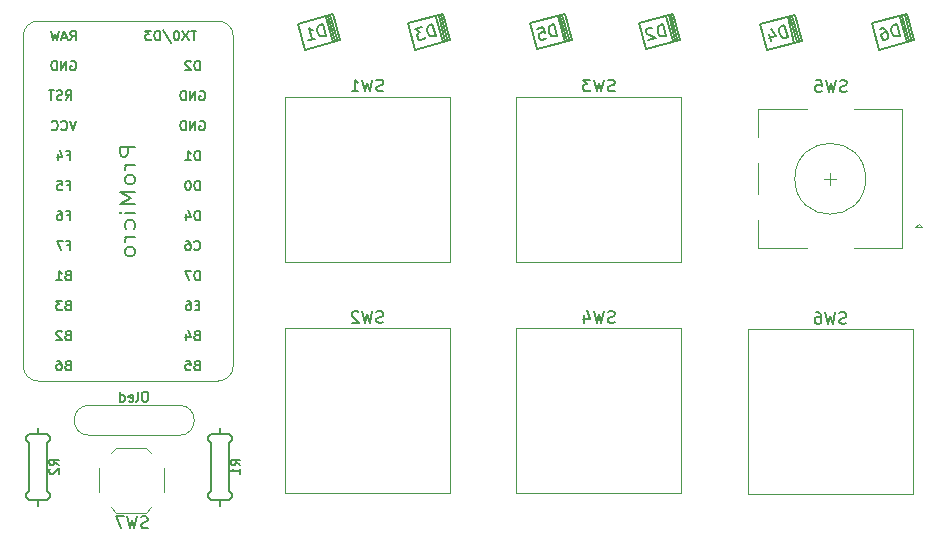
<source format=gbr>
%TF.GenerationSoftware,KiCad,Pcbnew,(5.1.6)-1*%
%TF.CreationDate,2020-10-14T18:33:49+03:00*%
%TF.ProjectId,aplx6.rev2,61706c78-362e-4726-9576-322e6b696361,rev?*%
%TF.SameCoordinates,Original*%
%TF.FileFunction,Legend,Bot*%
%TF.FilePolarity,Positive*%
%FSLAX46Y46*%
G04 Gerber Fmt 4.6, Leading zero omitted, Abs format (unit mm)*
G04 Created by KiCad (PCBNEW (5.1.6)-1) date 2020-10-14 18:33:49*
%MOMM*%
%LPD*%
G01*
G04 APERTURE LIST*
%ADD10C,0.120000*%
%ADD11C,0.150000*%
%ADD12C,0.203200*%
G04 APERTURE END LIST*
D10*
%TO.C,U1*%
X125730000Y-92180000D02*
X110490000Y-92180000D01*
X125730000Y-61700000D02*
X110490000Y-61700000D01*
X127000000Y-90910000D02*
X127000000Y-62970000D01*
X109220000Y-62970000D02*
X109220000Y-90910000D01*
X125730000Y-92180000D02*
G75*
G03*
X127000000Y-90910000I0J1270000D01*
G01*
X109220000Y-90910000D02*
G75*
G03*
X110490000Y-92180000I1270000J0D01*
G01*
X110490000Y-61700000D02*
G75*
G03*
X109220000Y-62970000I0J-1270000D01*
G01*
X127000000Y-62970000D02*
G75*
G03*
X125730000Y-61700000I-1270000J0D01*
G01*
%TO.C,SW3*%
X150975000Y-68095000D02*
X164945000Y-68095000D01*
X164945000Y-68095000D02*
X164945000Y-82065000D01*
X164945000Y-82065000D02*
X150975000Y-82065000D01*
X150975000Y-82065000D02*
X150975000Y-68095000D01*
%TO.C,SW1*%
X131375000Y-68095000D02*
X145345000Y-68095000D01*
X145345000Y-68095000D02*
X145345000Y-82065000D01*
X145345000Y-82065000D02*
X131375000Y-82065000D01*
X131375000Y-82065000D02*
X131375000Y-68095000D01*
D11*
%TO.C,D3*%
X144191271Y-61323054D02*
X144760673Y-63448091D01*
X144953858Y-63396327D02*
X144384456Y-61271291D01*
X145121161Y-63247971D02*
X145147043Y-63344564D01*
X145147043Y-63344564D02*
X145121161Y-63247971D01*
X144577641Y-61219527D02*
X145121161Y-63247971D01*
D12*
X142430398Y-64117003D02*
X145374540Y-63328123D01*
X145374540Y-63328123D02*
X144782879Y-61120017D01*
X144782879Y-61120017D02*
X141838737Y-61908897D01*
X141838737Y-61908897D02*
X142430398Y-64117003D01*
D11*
%TO.C,D5*%
X154481612Y-61313643D02*
X155051014Y-63438679D01*
X155244199Y-63386916D02*
X154674797Y-61261879D01*
X155411502Y-63238559D02*
X155437384Y-63335152D01*
X155437384Y-63335152D02*
X155411502Y-63238559D01*
X154867982Y-61210115D02*
X155411502Y-63238559D01*
D12*
X152720739Y-64107592D02*
X155664880Y-63318711D01*
X155664880Y-63318711D02*
X155073220Y-61110605D01*
X155073220Y-61110605D02*
X152129078Y-61899485D01*
X152129078Y-61899485D02*
X152720739Y-64107592D01*
D11*
%TO.C,D2*%
X163671032Y-61271724D02*
X164240434Y-63396761D01*
X164433619Y-63344997D02*
X163864218Y-61219960D01*
X164600923Y-63196640D02*
X164626805Y-63293233D01*
X164626805Y-63293233D02*
X164600923Y-63196640D01*
X164057403Y-61168196D02*
X164600923Y-63196640D01*
D12*
X161910159Y-64065673D02*
X164854301Y-63276792D01*
X164854301Y-63276792D02*
X164262641Y-61068686D01*
X164262641Y-61068686D02*
X161318499Y-61857566D01*
X161318499Y-61857566D02*
X161910159Y-64065673D01*
D11*
%TO.C,D4*%
X173931230Y-61402656D02*
X174500632Y-63527693D01*
X174693817Y-63475929D02*
X174124415Y-61350893D01*
X174861120Y-63327573D02*
X174887002Y-63424166D01*
X174887002Y-63424166D02*
X174861120Y-63327573D01*
X174317600Y-61299129D02*
X174861120Y-63327573D01*
D12*
X172170357Y-64196605D02*
X175114498Y-63407725D01*
X175114498Y-63407725D02*
X174522838Y-61199619D01*
X174522838Y-61199619D02*
X171578696Y-61988499D01*
X171578696Y-61988499D02*
X172170357Y-64196605D01*
D11*
%TO.C,D6*%
X183460766Y-61325197D02*
X184030168Y-63450233D01*
X184223353Y-63398470D02*
X183653951Y-61273433D01*
X184390656Y-63250113D02*
X184416538Y-63346706D01*
X184416538Y-63346706D02*
X184390656Y-63250113D01*
X183847136Y-61221669D02*
X184390656Y-63250113D01*
D12*
X181699893Y-64119146D02*
X184644035Y-63330265D01*
X184644035Y-63330265D02*
X184052374Y-61122159D01*
X184052374Y-61122159D02*
X181108232Y-61911039D01*
X181108232Y-61911039D02*
X181699893Y-64119146D01*
D11*
%TO.C,D1*%
X134844997Y-61331760D02*
X135414399Y-63456797D01*
X135607584Y-63405033D02*
X135038182Y-61279996D01*
X135774887Y-63256677D02*
X135800769Y-63353269D01*
X135800769Y-63353269D02*
X135774887Y-63256677D01*
X135231367Y-61228232D02*
X135774887Y-63256677D01*
D12*
X133084124Y-64125709D02*
X136028266Y-63336828D01*
X136028266Y-63336828D02*
X135436605Y-61128722D01*
X135436605Y-61128722D02*
X132492463Y-61917602D01*
X132492463Y-61917602D02*
X133084124Y-64125709D01*
D10*
%TO.C,SW5*%
X178046000Y-75057000D02*
X177046000Y-75057000D01*
X180546000Y-75057000D02*
G75*
G03*
X180546000Y-75057000I-3000000J0D01*
G01*
X179546000Y-69157000D02*
X183646000Y-69157000D01*
X171446000Y-71557000D02*
X171446000Y-69157000D01*
X184746000Y-79157000D02*
X185046000Y-78857000D01*
X177546000Y-75557000D02*
X177546000Y-74557000D01*
X185346000Y-79157000D02*
X184746000Y-79157000D01*
X171446000Y-69157000D02*
X175546000Y-69157000D01*
X183646000Y-80957000D02*
X183646000Y-69157000D01*
X175546000Y-80957000D02*
X171446000Y-80957000D01*
X171446000Y-80957000D02*
X171446000Y-78557000D01*
X179546000Y-80957000D02*
X183646000Y-80957000D01*
X185046000Y-78857000D02*
X185346000Y-79157000D01*
X171446000Y-76357000D02*
X171446000Y-73757000D01*
%TO.C,SW6*%
X170575000Y-87795000D02*
X184545000Y-87795000D01*
X184545000Y-87795000D02*
X184545000Y-101765000D01*
X184545000Y-101765000D02*
X170575000Y-101765000D01*
X170575000Y-101765000D02*
X170575000Y-87795000D01*
%TO.C,SW2*%
X131375000Y-87695000D02*
X145345000Y-87695000D01*
X145345000Y-87695000D02*
X145345000Y-101665000D01*
X145345000Y-101665000D02*
X131375000Y-101665000D01*
X131375000Y-101665000D02*
X131375000Y-87695000D01*
%TO.C,SW4*%
X150975000Y-87695000D02*
X164945000Y-87695000D01*
X164945000Y-87695000D02*
X164945000Y-101665000D01*
X164945000Y-101665000D02*
X150975000Y-101665000D01*
X150975000Y-101665000D02*
X150975000Y-87695000D01*
%TO.C,SW7*%
X120064000Y-102884000D02*
X119614000Y-103334000D01*
X116664000Y-102884000D02*
X117114000Y-103334000D01*
X116664000Y-98284000D02*
X117114000Y-97834000D01*
X120064000Y-98284000D02*
X119614000Y-97834000D01*
X115614000Y-99584000D02*
X115614000Y-101584000D01*
X119614000Y-103334000D02*
X117114000Y-103334000D01*
X121114000Y-99584000D02*
X121114000Y-101584000D01*
X119614000Y-97834000D02*
X117114000Y-97834000D01*
%TO.C,J1*%
X114808000Y-94234000D02*
X122428000Y-94234000D01*
X114808000Y-96774000D02*
X122428000Y-96774000D01*
X122428000Y-96774000D02*
G75*
G03*
X122428000Y-94234000I0J1270000D01*
G01*
X114808000Y-94234000D02*
G75*
G03*
X114808000Y-96774000I0J-1270000D01*
G01*
D11*
%TO.C,R1*%
X126619000Y-102235000D02*
X126873000Y-101981000D01*
X126873000Y-101981000D02*
X126873000Y-101727000D01*
X126873000Y-101727000D02*
X126619000Y-101473000D01*
X126619000Y-101473000D02*
X126619000Y-97409000D01*
X126619000Y-97409000D02*
X126873000Y-97155000D01*
X126873000Y-97155000D02*
X126873000Y-96901000D01*
X126873000Y-96901000D02*
X126619000Y-96647000D01*
X126619000Y-96647000D02*
X125095000Y-96647000D01*
X125095000Y-96647000D02*
X124841000Y-96901000D01*
X124841000Y-96901000D02*
X124841000Y-97155000D01*
X124841000Y-97155000D02*
X125095000Y-97409000D01*
X125095000Y-97409000D02*
X125095000Y-101473000D01*
X125095000Y-101473000D02*
X124841000Y-101727000D01*
X124841000Y-101727000D02*
X124841000Y-101981000D01*
X124841000Y-101981000D02*
X125095000Y-102235000D01*
X125095000Y-102235000D02*
X126619000Y-102235000D01*
X125857000Y-102743000D02*
X125857000Y-102235000D01*
X125857000Y-96647000D02*
X125857000Y-96139000D01*
%TO.C,R2*%
X110490000Y-96647000D02*
X110490000Y-96139000D01*
X110490000Y-102743000D02*
X110490000Y-102235000D01*
X109728000Y-102235000D02*
X111252000Y-102235000D01*
X109474000Y-101981000D02*
X109728000Y-102235000D01*
X109474000Y-101727000D02*
X109474000Y-101981000D01*
X109728000Y-101473000D02*
X109474000Y-101727000D01*
X109728000Y-97409000D02*
X109728000Y-101473000D01*
X109474000Y-97155000D02*
X109728000Y-97409000D01*
X109474000Y-96901000D02*
X109474000Y-97155000D01*
X109728000Y-96647000D02*
X109474000Y-96901000D01*
X111252000Y-96647000D02*
X109728000Y-96647000D01*
X111506000Y-96901000D02*
X111252000Y-96647000D01*
X111506000Y-97155000D02*
X111506000Y-96901000D01*
X111252000Y-97409000D02*
X111506000Y-97155000D01*
X111252000Y-101473000D02*
X111252000Y-97409000D01*
X111506000Y-101727000D02*
X111252000Y-101473000D01*
X111506000Y-101981000D02*
X111506000Y-101727000D01*
X111252000Y-102235000D02*
X111506000Y-101981000D01*
%TO.C,U1*%
D12*
X118684523Y-72331714D02*
X117414523Y-72331714D01*
X117414523Y-72912285D01*
X117475000Y-73057428D01*
X117535476Y-73130000D01*
X117656428Y-73202571D01*
X117837857Y-73202571D01*
X117958809Y-73130000D01*
X118019285Y-73057428D01*
X118079761Y-72912285D01*
X118079761Y-72331714D01*
X118684523Y-73855714D02*
X117837857Y-73855714D01*
X118079761Y-73855714D02*
X117958809Y-73928285D01*
X117898333Y-74000857D01*
X117837857Y-74146000D01*
X117837857Y-74291142D01*
X118684523Y-75016857D02*
X118624047Y-74871714D01*
X118563571Y-74799142D01*
X118442619Y-74726571D01*
X118079761Y-74726571D01*
X117958809Y-74799142D01*
X117898333Y-74871714D01*
X117837857Y-75016857D01*
X117837857Y-75234571D01*
X117898333Y-75379714D01*
X117958809Y-75452285D01*
X118079761Y-75524857D01*
X118442619Y-75524857D01*
X118563571Y-75452285D01*
X118624047Y-75379714D01*
X118684523Y-75234571D01*
X118684523Y-75016857D01*
X118684523Y-76178000D02*
X117414523Y-76178000D01*
X118321666Y-76686000D01*
X117414523Y-77194000D01*
X118684523Y-77194000D01*
X118684523Y-77919714D02*
X117837857Y-77919714D01*
X117414523Y-77919714D02*
X117475000Y-77847142D01*
X117535476Y-77919714D01*
X117475000Y-77992285D01*
X117414523Y-77919714D01*
X117535476Y-77919714D01*
X118624047Y-79298571D02*
X118684523Y-79153428D01*
X118684523Y-78863142D01*
X118624047Y-78718000D01*
X118563571Y-78645428D01*
X118442619Y-78572857D01*
X118079761Y-78572857D01*
X117958809Y-78645428D01*
X117898333Y-78718000D01*
X117837857Y-78863142D01*
X117837857Y-79153428D01*
X117898333Y-79298571D01*
X118684523Y-79951714D02*
X117837857Y-79951714D01*
X118079761Y-79951714D02*
X117958809Y-80024285D01*
X117898333Y-80096857D01*
X117837857Y-80242000D01*
X117837857Y-80387142D01*
X118684523Y-81112857D02*
X118624047Y-80967714D01*
X118563571Y-80895142D01*
X118442619Y-80822571D01*
X118079761Y-80822571D01*
X117958809Y-80895142D01*
X117898333Y-80967714D01*
X117837857Y-81112857D01*
X117837857Y-81330571D01*
X117898333Y-81475714D01*
X117958809Y-81548285D01*
X118079761Y-81620857D01*
X118442619Y-81620857D01*
X118563571Y-81548285D01*
X118624047Y-81475714D01*
X118684523Y-81330571D01*
X118684523Y-81112857D01*
D11*
X112972809Y-88312857D02*
X112858523Y-88350952D01*
X112820428Y-88389047D01*
X112782333Y-88465238D01*
X112782333Y-88579523D01*
X112820428Y-88655714D01*
X112858523Y-88693809D01*
X112934714Y-88731904D01*
X113239476Y-88731904D01*
X113239476Y-87931904D01*
X112972809Y-87931904D01*
X112896619Y-87970000D01*
X112858523Y-88008095D01*
X112820428Y-88084285D01*
X112820428Y-88160476D01*
X112858523Y-88236666D01*
X112896619Y-88274761D01*
X112972809Y-88312857D01*
X113239476Y-88312857D01*
X112477571Y-88008095D02*
X112439476Y-87970000D01*
X112363285Y-87931904D01*
X112172809Y-87931904D01*
X112096619Y-87970000D01*
X112058523Y-88008095D01*
X112020428Y-88084285D01*
X112020428Y-88160476D01*
X112058523Y-88274761D01*
X112515666Y-88731904D01*
X112020428Y-88731904D01*
X112915666Y-80692857D02*
X113182333Y-80692857D01*
X113182333Y-81111904D02*
X113182333Y-80311904D01*
X112801380Y-80311904D01*
X112572809Y-80311904D02*
X112039476Y-80311904D01*
X112382333Y-81111904D01*
X112915666Y-78152857D02*
X113182333Y-78152857D01*
X113182333Y-78571904D02*
X113182333Y-77771904D01*
X112801380Y-77771904D01*
X112153761Y-77771904D02*
X112306142Y-77771904D01*
X112382333Y-77810000D01*
X112420428Y-77848095D01*
X112496619Y-77962380D01*
X112534714Y-78114761D01*
X112534714Y-78419523D01*
X112496619Y-78495714D01*
X112458523Y-78533809D01*
X112382333Y-78571904D01*
X112229952Y-78571904D01*
X112153761Y-78533809D01*
X112115666Y-78495714D01*
X112077571Y-78419523D01*
X112077571Y-78229047D01*
X112115666Y-78152857D01*
X112153761Y-78114761D01*
X112229952Y-78076666D01*
X112382333Y-78076666D01*
X112458523Y-78114761D01*
X112496619Y-78152857D01*
X112534714Y-78229047D01*
X112915666Y-75612857D02*
X113182333Y-75612857D01*
X113182333Y-76031904D02*
X113182333Y-75231904D01*
X112801380Y-75231904D01*
X112115666Y-75231904D02*
X112496619Y-75231904D01*
X112534714Y-75612857D01*
X112496619Y-75574761D01*
X112420428Y-75536666D01*
X112229952Y-75536666D01*
X112153761Y-75574761D01*
X112115666Y-75612857D01*
X112077571Y-75689047D01*
X112077571Y-75879523D01*
X112115666Y-75955714D01*
X112153761Y-75993809D01*
X112229952Y-76031904D01*
X112420428Y-76031904D01*
X112496619Y-75993809D01*
X112534714Y-75955714D01*
X113201380Y-63331904D02*
X113468047Y-62950952D01*
X113658523Y-63331904D02*
X113658523Y-62531904D01*
X113353761Y-62531904D01*
X113277571Y-62570000D01*
X113239476Y-62608095D01*
X113201380Y-62684285D01*
X113201380Y-62798571D01*
X113239476Y-62874761D01*
X113277571Y-62912857D01*
X113353761Y-62950952D01*
X113658523Y-62950952D01*
X112896619Y-63103333D02*
X112515666Y-63103333D01*
X112972809Y-63331904D02*
X112706142Y-62531904D01*
X112439476Y-63331904D01*
X112249000Y-62531904D02*
X112058523Y-63331904D01*
X111906142Y-62760476D01*
X111753761Y-63331904D01*
X111563285Y-62531904D01*
X113258523Y-65110000D02*
X113334714Y-65071904D01*
X113449000Y-65071904D01*
X113563285Y-65110000D01*
X113639476Y-65186190D01*
X113677571Y-65262380D01*
X113715666Y-65414761D01*
X113715666Y-65529047D01*
X113677571Y-65681428D01*
X113639476Y-65757619D01*
X113563285Y-65833809D01*
X113449000Y-65871904D01*
X113372809Y-65871904D01*
X113258523Y-65833809D01*
X113220428Y-65795714D01*
X113220428Y-65529047D01*
X113372809Y-65529047D01*
X112877571Y-65871904D02*
X112877571Y-65071904D01*
X112420428Y-65871904D01*
X112420428Y-65071904D01*
X112039476Y-65871904D02*
X112039476Y-65071904D01*
X111849000Y-65071904D01*
X111734714Y-65110000D01*
X111658523Y-65186190D01*
X111620428Y-65262380D01*
X111582333Y-65414761D01*
X111582333Y-65529047D01*
X111620428Y-65681428D01*
X111658523Y-65757619D01*
X111734714Y-65833809D01*
X111849000Y-65871904D01*
X112039476Y-65871904D01*
X112814975Y-68381904D02*
X113081641Y-68000952D01*
X113272118Y-68381904D02*
X113272118Y-67581904D01*
X112967356Y-67581904D01*
X112891165Y-67620000D01*
X112853070Y-67658095D01*
X112814975Y-67734285D01*
X112814975Y-67848571D01*
X112853070Y-67924761D01*
X112891165Y-67962857D01*
X112967356Y-68000952D01*
X113272118Y-68000952D01*
X112510213Y-68343809D02*
X112395927Y-68381904D01*
X112205451Y-68381904D01*
X112129260Y-68343809D01*
X112091165Y-68305714D01*
X112053070Y-68229523D01*
X112053070Y-68153333D01*
X112091165Y-68077142D01*
X112129260Y-68039047D01*
X112205451Y-68000952D01*
X112357832Y-67962857D01*
X112434022Y-67924761D01*
X112472118Y-67886666D01*
X112510213Y-67810476D01*
X112510213Y-67734285D01*
X112472118Y-67658095D01*
X112434022Y-67620000D01*
X112357832Y-67581904D01*
X112167356Y-67581904D01*
X112053070Y-67620000D01*
X111824499Y-67581904D02*
X111367356Y-67581904D01*
X111595927Y-68381904D02*
X111595927Y-67581904D01*
X113715666Y-70151904D02*
X113449000Y-70951904D01*
X113182333Y-70151904D01*
X112458523Y-70875714D02*
X112496619Y-70913809D01*
X112610904Y-70951904D01*
X112687095Y-70951904D01*
X112801380Y-70913809D01*
X112877571Y-70837619D01*
X112915666Y-70761428D01*
X112953761Y-70609047D01*
X112953761Y-70494761D01*
X112915666Y-70342380D01*
X112877571Y-70266190D01*
X112801380Y-70190000D01*
X112687095Y-70151904D01*
X112610904Y-70151904D01*
X112496619Y-70190000D01*
X112458523Y-70228095D01*
X111658523Y-70875714D02*
X111696619Y-70913809D01*
X111810904Y-70951904D01*
X111887095Y-70951904D01*
X112001380Y-70913809D01*
X112077571Y-70837619D01*
X112115666Y-70761428D01*
X112153761Y-70609047D01*
X112153761Y-70494761D01*
X112115666Y-70342380D01*
X112077571Y-70266190D01*
X112001380Y-70190000D01*
X111887095Y-70151904D01*
X111810904Y-70151904D01*
X111696619Y-70190000D01*
X111658523Y-70228095D01*
X112915666Y-73072857D02*
X113182333Y-73072857D01*
X113182333Y-73491904D02*
X113182333Y-72691904D01*
X112801380Y-72691904D01*
X112153761Y-72958571D02*
X112153761Y-73491904D01*
X112344238Y-72653809D02*
X112534714Y-73225238D01*
X112039476Y-73225238D01*
X112972809Y-83232857D02*
X112858523Y-83270952D01*
X112820428Y-83309047D01*
X112782333Y-83385238D01*
X112782333Y-83499523D01*
X112820428Y-83575714D01*
X112858523Y-83613809D01*
X112934714Y-83651904D01*
X113239476Y-83651904D01*
X113239476Y-82851904D01*
X112972809Y-82851904D01*
X112896619Y-82890000D01*
X112858523Y-82928095D01*
X112820428Y-83004285D01*
X112820428Y-83080476D01*
X112858523Y-83156666D01*
X112896619Y-83194761D01*
X112972809Y-83232857D01*
X113239476Y-83232857D01*
X112020428Y-83651904D02*
X112477571Y-83651904D01*
X112249000Y-83651904D02*
X112249000Y-82851904D01*
X112325190Y-82966190D01*
X112401380Y-83042380D01*
X112477571Y-83080476D01*
X112972809Y-85772857D02*
X112858523Y-85810952D01*
X112820428Y-85849047D01*
X112782333Y-85925238D01*
X112782333Y-86039523D01*
X112820428Y-86115714D01*
X112858523Y-86153809D01*
X112934714Y-86191904D01*
X113239476Y-86191904D01*
X113239476Y-85391904D01*
X112972809Y-85391904D01*
X112896619Y-85430000D01*
X112858523Y-85468095D01*
X112820428Y-85544285D01*
X112820428Y-85620476D01*
X112858523Y-85696666D01*
X112896619Y-85734761D01*
X112972809Y-85772857D01*
X113239476Y-85772857D01*
X112515666Y-85391904D02*
X112020428Y-85391904D01*
X112287095Y-85696666D01*
X112172809Y-85696666D01*
X112096619Y-85734761D01*
X112058523Y-85772857D01*
X112020428Y-85849047D01*
X112020428Y-86039523D01*
X112058523Y-86115714D01*
X112096619Y-86153809D01*
X112172809Y-86191904D01*
X112401380Y-86191904D01*
X112477571Y-86153809D01*
X112515666Y-86115714D01*
X112972809Y-90852857D02*
X112858523Y-90890952D01*
X112820428Y-90929047D01*
X112782333Y-91005238D01*
X112782333Y-91119523D01*
X112820428Y-91195714D01*
X112858523Y-91233809D01*
X112934714Y-91271904D01*
X113239476Y-91271904D01*
X113239476Y-90471904D01*
X112972809Y-90471904D01*
X112896619Y-90510000D01*
X112858523Y-90548095D01*
X112820428Y-90624285D01*
X112820428Y-90700476D01*
X112858523Y-90776666D01*
X112896619Y-90814761D01*
X112972809Y-90852857D01*
X113239476Y-90852857D01*
X112096619Y-90471904D02*
X112249000Y-90471904D01*
X112325190Y-90510000D01*
X112363285Y-90548095D01*
X112439476Y-90662380D01*
X112477571Y-90814761D01*
X112477571Y-91119523D01*
X112439476Y-91195714D01*
X112401380Y-91233809D01*
X112325190Y-91271904D01*
X112172809Y-91271904D01*
X112096619Y-91233809D01*
X112058523Y-91195714D01*
X112020428Y-91119523D01*
X112020428Y-90929047D01*
X112058523Y-90852857D01*
X112096619Y-90814761D01*
X112172809Y-90776666D01*
X112325190Y-90776666D01*
X112401380Y-90814761D01*
X112439476Y-90852857D01*
X112477571Y-90929047D01*
X123894809Y-90852857D02*
X123780523Y-90890952D01*
X123742428Y-90929047D01*
X123704333Y-91005238D01*
X123704333Y-91119523D01*
X123742428Y-91195714D01*
X123780523Y-91233809D01*
X123856714Y-91271904D01*
X124161476Y-91271904D01*
X124161476Y-90471904D01*
X123894809Y-90471904D01*
X123818619Y-90510000D01*
X123780523Y-90548095D01*
X123742428Y-90624285D01*
X123742428Y-90700476D01*
X123780523Y-90776666D01*
X123818619Y-90814761D01*
X123894809Y-90852857D01*
X124161476Y-90852857D01*
X122980523Y-90471904D02*
X123361476Y-90471904D01*
X123399571Y-90852857D01*
X123361476Y-90814761D01*
X123285285Y-90776666D01*
X123094809Y-90776666D01*
X123018619Y-90814761D01*
X122980523Y-90852857D01*
X122942428Y-90929047D01*
X122942428Y-91119523D01*
X122980523Y-91195714D01*
X123018619Y-91233809D01*
X123094809Y-91271904D01*
X123285285Y-91271904D01*
X123361476Y-91233809D01*
X123399571Y-91195714D01*
X123894809Y-88312857D02*
X123780523Y-88350952D01*
X123742428Y-88389047D01*
X123704333Y-88465238D01*
X123704333Y-88579523D01*
X123742428Y-88655714D01*
X123780523Y-88693809D01*
X123856714Y-88731904D01*
X124161476Y-88731904D01*
X124161476Y-87931904D01*
X123894809Y-87931904D01*
X123818619Y-87970000D01*
X123780523Y-88008095D01*
X123742428Y-88084285D01*
X123742428Y-88160476D01*
X123780523Y-88236666D01*
X123818619Y-88274761D01*
X123894809Y-88312857D01*
X124161476Y-88312857D01*
X123018619Y-88198571D02*
X123018619Y-88731904D01*
X123209095Y-87893809D02*
X123399571Y-88465238D01*
X122904333Y-88465238D01*
X124123380Y-85772857D02*
X123856714Y-85772857D01*
X123742428Y-86191904D02*
X124123380Y-86191904D01*
X124123380Y-85391904D01*
X123742428Y-85391904D01*
X123056714Y-85391904D02*
X123209095Y-85391904D01*
X123285285Y-85430000D01*
X123323380Y-85468095D01*
X123399571Y-85582380D01*
X123437666Y-85734761D01*
X123437666Y-86039523D01*
X123399571Y-86115714D01*
X123361476Y-86153809D01*
X123285285Y-86191904D01*
X123132904Y-86191904D01*
X123056714Y-86153809D01*
X123018619Y-86115714D01*
X122980523Y-86039523D01*
X122980523Y-85849047D01*
X123018619Y-85772857D01*
X123056714Y-85734761D01*
X123132904Y-85696666D01*
X123285285Y-85696666D01*
X123361476Y-85734761D01*
X123399571Y-85772857D01*
X123437666Y-85849047D01*
X124161476Y-83651904D02*
X124161476Y-82851904D01*
X123971000Y-82851904D01*
X123856714Y-82890000D01*
X123780523Y-82966190D01*
X123742428Y-83042380D01*
X123704333Y-83194761D01*
X123704333Y-83309047D01*
X123742428Y-83461428D01*
X123780523Y-83537619D01*
X123856714Y-83613809D01*
X123971000Y-83651904D01*
X124161476Y-83651904D01*
X123437666Y-82851904D02*
X122904333Y-82851904D01*
X123247190Y-83651904D01*
X123704333Y-81035714D02*
X123742428Y-81073809D01*
X123856714Y-81111904D01*
X123932904Y-81111904D01*
X124047190Y-81073809D01*
X124123380Y-80997619D01*
X124161476Y-80921428D01*
X124199571Y-80769047D01*
X124199571Y-80654761D01*
X124161476Y-80502380D01*
X124123380Y-80426190D01*
X124047190Y-80350000D01*
X123932904Y-80311904D01*
X123856714Y-80311904D01*
X123742428Y-80350000D01*
X123704333Y-80388095D01*
X123018619Y-80311904D02*
X123171000Y-80311904D01*
X123247190Y-80350000D01*
X123285285Y-80388095D01*
X123361476Y-80502380D01*
X123399571Y-80654761D01*
X123399571Y-80959523D01*
X123361476Y-81035714D01*
X123323380Y-81073809D01*
X123247190Y-81111904D01*
X123094809Y-81111904D01*
X123018619Y-81073809D01*
X122980523Y-81035714D01*
X122942428Y-80959523D01*
X122942428Y-80769047D01*
X122980523Y-80692857D01*
X123018619Y-80654761D01*
X123094809Y-80616666D01*
X123247190Y-80616666D01*
X123323380Y-80654761D01*
X123361476Y-80692857D01*
X123399571Y-80769047D01*
X124161476Y-78571904D02*
X124161476Y-77771904D01*
X123971000Y-77771904D01*
X123856714Y-77810000D01*
X123780523Y-77886190D01*
X123742428Y-77962380D01*
X123704333Y-78114761D01*
X123704333Y-78229047D01*
X123742428Y-78381428D01*
X123780523Y-78457619D01*
X123856714Y-78533809D01*
X123971000Y-78571904D01*
X124161476Y-78571904D01*
X123018619Y-78038571D02*
X123018619Y-78571904D01*
X123209095Y-77733809D02*
X123399571Y-78305238D01*
X122904333Y-78305238D01*
X124180523Y-67650000D02*
X124256714Y-67611904D01*
X124371000Y-67611904D01*
X124485285Y-67650000D01*
X124561476Y-67726190D01*
X124599571Y-67802380D01*
X124637666Y-67954761D01*
X124637666Y-68069047D01*
X124599571Y-68221428D01*
X124561476Y-68297619D01*
X124485285Y-68373809D01*
X124371000Y-68411904D01*
X124294809Y-68411904D01*
X124180523Y-68373809D01*
X124142428Y-68335714D01*
X124142428Y-68069047D01*
X124294809Y-68069047D01*
X123799571Y-68411904D02*
X123799571Y-67611904D01*
X123342428Y-68411904D01*
X123342428Y-67611904D01*
X122961476Y-68411904D02*
X122961476Y-67611904D01*
X122771000Y-67611904D01*
X122656714Y-67650000D01*
X122580523Y-67726190D01*
X122542428Y-67802380D01*
X122504333Y-67954761D01*
X122504333Y-68069047D01*
X122542428Y-68221428D01*
X122580523Y-68297619D01*
X122656714Y-68373809D01*
X122771000Y-68411904D01*
X122961476Y-68411904D01*
X124180523Y-70190000D02*
X124256714Y-70151904D01*
X124371000Y-70151904D01*
X124485285Y-70190000D01*
X124561476Y-70266190D01*
X124599571Y-70342380D01*
X124637666Y-70494761D01*
X124637666Y-70609047D01*
X124599571Y-70761428D01*
X124561476Y-70837619D01*
X124485285Y-70913809D01*
X124371000Y-70951904D01*
X124294809Y-70951904D01*
X124180523Y-70913809D01*
X124142428Y-70875714D01*
X124142428Y-70609047D01*
X124294809Y-70609047D01*
X123799571Y-70951904D02*
X123799571Y-70151904D01*
X123342428Y-70951904D01*
X123342428Y-70151904D01*
X122961476Y-70951904D02*
X122961476Y-70151904D01*
X122771000Y-70151904D01*
X122656714Y-70190000D01*
X122580523Y-70266190D01*
X122542428Y-70342380D01*
X122504333Y-70494761D01*
X122504333Y-70609047D01*
X122542428Y-70761428D01*
X122580523Y-70837619D01*
X122656714Y-70913809D01*
X122771000Y-70951904D01*
X122961476Y-70951904D01*
X124161476Y-73491904D02*
X124161476Y-72691904D01*
X123971000Y-72691904D01*
X123856714Y-72730000D01*
X123780523Y-72806190D01*
X123742428Y-72882380D01*
X123704333Y-73034761D01*
X123704333Y-73149047D01*
X123742428Y-73301428D01*
X123780523Y-73377619D01*
X123856714Y-73453809D01*
X123971000Y-73491904D01*
X124161476Y-73491904D01*
X122942428Y-73491904D02*
X123399571Y-73491904D01*
X123171000Y-73491904D02*
X123171000Y-72691904D01*
X123247190Y-72806190D01*
X123323380Y-72882380D01*
X123399571Y-72920476D01*
X124161476Y-76031904D02*
X124161476Y-75231904D01*
X123971000Y-75231904D01*
X123856714Y-75270000D01*
X123780523Y-75346190D01*
X123742428Y-75422380D01*
X123704333Y-75574761D01*
X123704333Y-75689047D01*
X123742428Y-75841428D01*
X123780523Y-75917619D01*
X123856714Y-75993809D01*
X123971000Y-76031904D01*
X124161476Y-76031904D01*
X123209095Y-75231904D02*
X123132904Y-75231904D01*
X123056714Y-75270000D01*
X123018619Y-75308095D01*
X122980523Y-75384285D01*
X122942428Y-75536666D01*
X122942428Y-75727142D01*
X122980523Y-75879523D01*
X123018619Y-75955714D01*
X123056714Y-75993809D01*
X123132904Y-76031904D01*
X123209095Y-76031904D01*
X123285285Y-75993809D01*
X123323380Y-75955714D01*
X123361476Y-75879523D01*
X123399571Y-75727142D01*
X123399571Y-75536666D01*
X123361476Y-75384285D01*
X123323380Y-75308095D01*
X123285285Y-75270000D01*
X123209095Y-75231904D01*
X124161476Y-65871904D02*
X124161476Y-65071904D01*
X123971000Y-65071904D01*
X123856714Y-65110000D01*
X123780523Y-65186190D01*
X123742428Y-65262380D01*
X123704333Y-65414761D01*
X123704333Y-65529047D01*
X123742428Y-65681428D01*
X123780523Y-65757619D01*
X123856714Y-65833809D01*
X123971000Y-65871904D01*
X124161476Y-65871904D01*
X123399571Y-65148095D02*
X123361476Y-65110000D01*
X123285285Y-65071904D01*
X123094809Y-65071904D01*
X123018619Y-65110000D01*
X122980523Y-65148095D01*
X122942428Y-65224285D01*
X122942428Y-65300476D01*
X122980523Y-65414761D01*
X123437666Y-65871904D01*
X122942428Y-65871904D01*
X123872348Y-62531904D02*
X123415205Y-62531904D01*
X123643776Y-63331904D02*
X123643776Y-62531904D01*
X123224729Y-62531904D02*
X122691395Y-63331904D01*
X122691395Y-62531904D02*
X123224729Y-63331904D01*
X122234252Y-62531904D02*
X122158062Y-62531904D01*
X122081872Y-62570000D01*
X122043776Y-62608095D01*
X122005681Y-62684285D01*
X121967586Y-62836666D01*
X121967586Y-63027142D01*
X122005681Y-63179523D01*
X122043776Y-63255714D01*
X122081872Y-63293809D01*
X122158062Y-63331904D01*
X122234252Y-63331904D01*
X122310443Y-63293809D01*
X122348538Y-63255714D01*
X122386633Y-63179523D01*
X122424729Y-63027142D01*
X122424729Y-62836666D01*
X122386633Y-62684285D01*
X122348538Y-62608095D01*
X122310443Y-62570000D01*
X122234252Y-62531904D01*
X121053300Y-62493809D02*
X121739014Y-63522380D01*
X120786633Y-63331904D02*
X120786633Y-62531904D01*
X120596157Y-62531904D01*
X120481872Y-62570000D01*
X120405681Y-62646190D01*
X120367586Y-62722380D01*
X120329491Y-62874761D01*
X120329491Y-62989047D01*
X120367586Y-63141428D01*
X120405681Y-63217619D01*
X120481872Y-63293809D01*
X120596157Y-63331904D01*
X120786633Y-63331904D01*
X120062824Y-62531904D02*
X119567586Y-62531904D01*
X119834252Y-62836666D01*
X119719967Y-62836666D01*
X119643776Y-62874761D01*
X119605681Y-62912857D01*
X119567586Y-62989047D01*
X119567586Y-63179523D01*
X119605681Y-63255714D01*
X119643776Y-63293809D01*
X119719967Y-63331904D01*
X119948538Y-63331904D01*
X120024729Y-63293809D01*
X120062824Y-63255714D01*
%TO.C,SW3*%
X159293333Y-67610761D02*
X159150476Y-67658380D01*
X158912380Y-67658380D01*
X158817142Y-67610761D01*
X158769523Y-67563142D01*
X158721904Y-67467904D01*
X158721904Y-67372666D01*
X158769523Y-67277428D01*
X158817142Y-67229809D01*
X158912380Y-67182190D01*
X159102857Y-67134571D01*
X159198095Y-67086952D01*
X159245714Y-67039333D01*
X159293333Y-66944095D01*
X159293333Y-66848857D01*
X159245714Y-66753619D01*
X159198095Y-66706000D01*
X159102857Y-66658380D01*
X158864761Y-66658380D01*
X158721904Y-66706000D01*
X158388571Y-66658380D02*
X158150476Y-67658380D01*
X157960000Y-66944095D01*
X157769523Y-67658380D01*
X157531428Y-66658380D01*
X157245714Y-66658380D02*
X156626666Y-66658380D01*
X156960000Y-67039333D01*
X156817142Y-67039333D01*
X156721904Y-67086952D01*
X156674285Y-67134571D01*
X156626666Y-67229809D01*
X156626666Y-67467904D01*
X156674285Y-67563142D01*
X156721904Y-67610761D01*
X156817142Y-67658380D01*
X157102857Y-67658380D01*
X157198095Y-67610761D01*
X157245714Y-67563142D01*
%TO.C,SW1*%
X139693333Y-67610761D02*
X139550476Y-67658380D01*
X139312380Y-67658380D01*
X139217142Y-67610761D01*
X139169523Y-67563142D01*
X139121904Y-67467904D01*
X139121904Y-67372666D01*
X139169523Y-67277428D01*
X139217142Y-67229809D01*
X139312380Y-67182190D01*
X139502857Y-67134571D01*
X139598095Y-67086952D01*
X139645714Y-67039333D01*
X139693333Y-66944095D01*
X139693333Y-66848857D01*
X139645714Y-66753619D01*
X139598095Y-66706000D01*
X139502857Y-66658380D01*
X139264761Y-66658380D01*
X139121904Y-66706000D01*
X138788571Y-66658380D02*
X138550476Y-67658380D01*
X138360000Y-66944095D01*
X138169523Y-67658380D01*
X137931428Y-66658380D01*
X137026666Y-67658380D02*
X137598095Y-67658380D01*
X137312380Y-67658380D02*
X137312380Y-66658380D01*
X137407619Y-66801238D01*
X137502857Y-66896476D01*
X137598095Y-66944095D01*
%TO.C,D3*%
D12*
X144130030Y-62945933D02*
X143871211Y-61980007D01*
X143641228Y-62041631D01*
X143515563Y-62124601D01*
X143448220Y-62241244D01*
X143426873Y-62345561D01*
X143430175Y-62541872D01*
X143467149Y-62679861D01*
X143562445Y-62851522D01*
X143633091Y-62931191D01*
X143749733Y-62998534D01*
X143900047Y-63007556D01*
X144130030Y-62945933D01*
X142997278Y-62214177D02*
X142399324Y-62374398D01*
X142819897Y-62656097D01*
X142681907Y-62693071D01*
X142602239Y-62763717D01*
X142568567Y-62822038D01*
X142547220Y-62926356D01*
X142608844Y-63156338D01*
X142679490Y-63236006D01*
X142737811Y-63269678D01*
X142842128Y-63291025D01*
X143118107Y-63217077D01*
X143197775Y-63146431D01*
X143231447Y-63088110D01*
%TO.C,D5*%
X154430030Y-62945933D02*
X154171211Y-61980007D01*
X153941228Y-62041631D01*
X153815563Y-62124601D01*
X153748220Y-62241244D01*
X153726873Y-62345561D01*
X153730175Y-62541872D01*
X153767149Y-62679861D01*
X153862445Y-62851522D01*
X153933091Y-62931191D01*
X154049733Y-62998534D01*
X154200047Y-63007556D01*
X154430030Y-62945933D01*
X152745320Y-62362073D02*
X153205285Y-62238826D01*
X153374528Y-62686466D01*
X153316207Y-62652794D01*
X153211889Y-62631447D01*
X152981907Y-62693071D01*
X152902239Y-62763717D01*
X152868567Y-62822038D01*
X152847220Y-62926356D01*
X152908844Y-63156338D01*
X152979490Y-63236006D01*
X153037811Y-63269678D01*
X153142128Y-63291025D01*
X153372111Y-63229401D01*
X153451779Y-63158755D01*
X153485451Y-63100434D01*
%TO.C,D2*%
X163630030Y-62945933D02*
X163371211Y-61980007D01*
X163141228Y-62041631D01*
X163015563Y-62124601D01*
X162948220Y-62241244D01*
X162926873Y-62345561D01*
X162930175Y-62541872D01*
X162967149Y-62679861D01*
X163062445Y-62851522D01*
X163133091Y-62931191D01*
X163249733Y-62998534D01*
X163400047Y-63007556D01*
X163630030Y-62945933D01*
X162475931Y-62318494D02*
X162417609Y-62284823D01*
X162313292Y-62263475D01*
X162083309Y-62325099D01*
X162003641Y-62395745D01*
X161969969Y-62454066D01*
X161948622Y-62558384D01*
X161973272Y-62650377D01*
X162056242Y-62776041D01*
X162756097Y-63180102D01*
X162158143Y-63340324D01*
%TO.C,D4*%
X173930030Y-63045933D02*
X173671211Y-62080007D01*
X173441228Y-62141631D01*
X173315563Y-62224601D01*
X173248220Y-62341244D01*
X173226873Y-62445561D01*
X173230175Y-62641872D01*
X173267149Y-62779861D01*
X173362445Y-62951522D01*
X173433091Y-63031191D01*
X173549733Y-63098534D01*
X173700047Y-63107556D01*
X173930030Y-63045933D01*
X172377589Y-62771724D02*
X172550136Y-63415674D01*
X172508974Y-62342128D02*
X172923827Y-62970452D01*
X172325873Y-63130673D01*
%TO.C,D6*%
X183430030Y-62945933D02*
X183171211Y-61980007D01*
X182941228Y-62041631D01*
X182815563Y-62124601D01*
X182748220Y-62241244D01*
X182726873Y-62345561D01*
X182730175Y-62541872D01*
X182767149Y-62679861D01*
X182862445Y-62851522D01*
X182933091Y-62931191D01*
X183049733Y-62998534D01*
X183200047Y-63007556D01*
X183430030Y-62945933D01*
X181791316Y-62349749D02*
X181975302Y-62300450D01*
X182079620Y-62321797D01*
X182137941Y-62355468D01*
X182266908Y-62468808D01*
X182362204Y-62640470D01*
X182460801Y-63008441D01*
X182439454Y-63112759D01*
X182405783Y-63171080D01*
X182326114Y-63241726D01*
X182142128Y-63291025D01*
X182037811Y-63269678D01*
X181979490Y-63236006D01*
X181908844Y-63156338D01*
X181847220Y-62926356D01*
X181868567Y-62822038D01*
X181902239Y-62763717D01*
X181981907Y-62693071D01*
X182165893Y-62643772D01*
X182270211Y-62665119D01*
X182328532Y-62698791D01*
X182399178Y-62778459D01*
%TO.C,D1*%
X134830030Y-62945933D02*
X134571211Y-61980007D01*
X134341228Y-62041631D01*
X134215563Y-62124601D01*
X134148220Y-62241244D01*
X134126873Y-62345561D01*
X134130175Y-62541872D01*
X134167149Y-62679861D01*
X134262445Y-62851522D01*
X134333091Y-62931191D01*
X134449733Y-62998534D01*
X134600047Y-63007556D01*
X134830030Y-62945933D01*
X133358143Y-63340324D02*
X133910100Y-63192427D01*
X133634121Y-63266375D02*
X133375302Y-62300450D01*
X133504269Y-62413790D01*
X133620912Y-62481133D01*
X133725229Y-62502480D01*
%TO.C,SW5*%
D11*
X178933333Y-67654761D02*
X178790476Y-67702380D01*
X178552380Y-67702380D01*
X178457142Y-67654761D01*
X178409523Y-67607142D01*
X178361904Y-67511904D01*
X178361904Y-67416666D01*
X178409523Y-67321428D01*
X178457142Y-67273809D01*
X178552380Y-67226190D01*
X178742857Y-67178571D01*
X178838095Y-67130952D01*
X178885714Y-67083333D01*
X178933333Y-66988095D01*
X178933333Y-66892857D01*
X178885714Y-66797619D01*
X178838095Y-66750000D01*
X178742857Y-66702380D01*
X178504761Y-66702380D01*
X178361904Y-66750000D01*
X178028571Y-66702380D02*
X177790476Y-67702380D01*
X177600000Y-66988095D01*
X177409523Y-67702380D01*
X177171428Y-66702380D01*
X176314285Y-66702380D02*
X176790476Y-66702380D01*
X176838095Y-67178571D01*
X176790476Y-67130952D01*
X176695238Y-67083333D01*
X176457142Y-67083333D01*
X176361904Y-67130952D01*
X176314285Y-67178571D01*
X176266666Y-67273809D01*
X176266666Y-67511904D01*
X176314285Y-67607142D01*
X176361904Y-67654761D01*
X176457142Y-67702380D01*
X176695238Y-67702380D01*
X176790476Y-67654761D01*
X176838095Y-67607142D01*
%TO.C,SW6*%
X178893333Y-87310761D02*
X178750476Y-87358380D01*
X178512380Y-87358380D01*
X178417142Y-87310761D01*
X178369523Y-87263142D01*
X178321904Y-87167904D01*
X178321904Y-87072666D01*
X178369523Y-86977428D01*
X178417142Y-86929809D01*
X178512380Y-86882190D01*
X178702857Y-86834571D01*
X178798095Y-86786952D01*
X178845714Y-86739333D01*
X178893333Y-86644095D01*
X178893333Y-86548857D01*
X178845714Y-86453619D01*
X178798095Y-86406000D01*
X178702857Y-86358380D01*
X178464761Y-86358380D01*
X178321904Y-86406000D01*
X177988571Y-86358380D02*
X177750476Y-87358380D01*
X177560000Y-86644095D01*
X177369523Y-87358380D01*
X177131428Y-86358380D01*
X176321904Y-86358380D02*
X176512380Y-86358380D01*
X176607619Y-86406000D01*
X176655238Y-86453619D01*
X176750476Y-86596476D01*
X176798095Y-86786952D01*
X176798095Y-87167904D01*
X176750476Y-87263142D01*
X176702857Y-87310761D01*
X176607619Y-87358380D01*
X176417142Y-87358380D01*
X176321904Y-87310761D01*
X176274285Y-87263142D01*
X176226666Y-87167904D01*
X176226666Y-86929809D01*
X176274285Y-86834571D01*
X176321904Y-86786952D01*
X176417142Y-86739333D01*
X176607619Y-86739333D01*
X176702857Y-86786952D01*
X176750476Y-86834571D01*
X176798095Y-86929809D01*
%TO.C,SW2*%
X139693333Y-87210761D02*
X139550476Y-87258380D01*
X139312380Y-87258380D01*
X139217142Y-87210761D01*
X139169523Y-87163142D01*
X139121904Y-87067904D01*
X139121904Y-86972666D01*
X139169523Y-86877428D01*
X139217142Y-86829809D01*
X139312380Y-86782190D01*
X139502857Y-86734571D01*
X139598095Y-86686952D01*
X139645714Y-86639333D01*
X139693333Y-86544095D01*
X139693333Y-86448857D01*
X139645714Y-86353619D01*
X139598095Y-86306000D01*
X139502857Y-86258380D01*
X139264761Y-86258380D01*
X139121904Y-86306000D01*
X138788571Y-86258380D02*
X138550476Y-87258380D01*
X138360000Y-86544095D01*
X138169523Y-87258380D01*
X137931428Y-86258380D01*
X137598095Y-86353619D02*
X137550476Y-86306000D01*
X137455238Y-86258380D01*
X137217142Y-86258380D01*
X137121904Y-86306000D01*
X137074285Y-86353619D01*
X137026666Y-86448857D01*
X137026666Y-86544095D01*
X137074285Y-86686952D01*
X137645714Y-87258380D01*
X137026666Y-87258380D01*
%TO.C,SW4*%
X159293333Y-87210761D02*
X159150476Y-87258380D01*
X158912380Y-87258380D01*
X158817142Y-87210761D01*
X158769523Y-87163142D01*
X158721904Y-87067904D01*
X158721904Y-86972666D01*
X158769523Y-86877428D01*
X158817142Y-86829809D01*
X158912380Y-86782190D01*
X159102857Y-86734571D01*
X159198095Y-86686952D01*
X159245714Y-86639333D01*
X159293333Y-86544095D01*
X159293333Y-86448857D01*
X159245714Y-86353619D01*
X159198095Y-86306000D01*
X159102857Y-86258380D01*
X158864761Y-86258380D01*
X158721904Y-86306000D01*
X158388571Y-86258380D02*
X158150476Y-87258380D01*
X157960000Y-86544095D01*
X157769523Y-87258380D01*
X157531428Y-86258380D01*
X156721904Y-86591714D02*
X156721904Y-87258380D01*
X156960000Y-86210761D02*
X157198095Y-86925047D01*
X156579047Y-86925047D01*
%TO.C,SW7*%
X119760333Y-104594761D02*
X119617476Y-104642380D01*
X119379380Y-104642380D01*
X119284142Y-104594761D01*
X119236523Y-104547142D01*
X119188904Y-104451904D01*
X119188904Y-104356666D01*
X119236523Y-104261428D01*
X119284142Y-104213809D01*
X119379380Y-104166190D01*
X119569857Y-104118571D01*
X119665095Y-104070952D01*
X119712714Y-104023333D01*
X119760333Y-103928095D01*
X119760333Y-103832857D01*
X119712714Y-103737619D01*
X119665095Y-103690000D01*
X119569857Y-103642380D01*
X119331761Y-103642380D01*
X119188904Y-103690000D01*
X118855571Y-103642380D02*
X118617476Y-104642380D01*
X118427000Y-103928095D01*
X118236523Y-104642380D01*
X117998428Y-103642380D01*
X117712714Y-103642380D02*
X117046047Y-103642380D01*
X117474619Y-104642380D01*
%TO.C,J1*%
X119602123Y-93107095D02*
X119447304Y-93107095D01*
X119369895Y-93145800D01*
X119292485Y-93223209D01*
X119253780Y-93378028D01*
X119253780Y-93648961D01*
X119292485Y-93803780D01*
X119369895Y-93881190D01*
X119447304Y-93919895D01*
X119602123Y-93919895D01*
X119679533Y-93881190D01*
X119756942Y-93803780D01*
X119795647Y-93648961D01*
X119795647Y-93378028D01*
X119756942Y-93223209D01*
X119679533Y-93145800D01*
X119602123Y-93107095D01*
X118789323Y-93919895D02*
X118866733Y-93881190D01*
X118905438Y-93803780D01*
X118905438Y-93107095D01*
X118170047Y-93881190D02*
X118247457Y-93919895D01*
X118402276Y-93919895D01*
X118479685Y-93881190D01*
X118518390Y-93803780D01*
X118518390Y-93494142D01*
X118479685Y-93416733D01*
X118402276Y-93378028D01*
X118247457Y-93378028D01*
X118170047Y-93416733D01*
X118131342Y-93494142D01*
X118131342Y-93571552D01*
X118518390Y-93648961D01*
X117434657Y-93919895D02*
X117434657Y-93107095D01*
X117434657Y-93881190D02*
X117512066Y-93919895D01*
X117666885Y-93919895D01*
X117744295Y-93881190D01*
X117783000Y-93842485D01*
X117821704Y-93765076D01*
X117821704Y-93532847D01*
X117783000Y-93455438D01*
X117744295Y-93416733D01*
X117666885Y-93378028D01*
X117512066Y-93378028D01*
X117434657Y-93416733D01*
%TO.C,R1*%
X127608904Y-99298666D02*
X127227952Y-99032000D01*
X127608904Y-98841523D02*
X126808904Y-98841523D01*
X126808904Y-99146285D01*
X126847000Y-99222476D01*
X126885095Y-99260571D01*
X126961285Y-99298666D01*
X127075571Y-99298666D01*
X127151761Y-99260571D01*
X127189857Y-99222476D01*
X127227952Y-99146285D01*
X127227952Y-98841523D01*
X127608904Y-100060571D02*
X127608904Y-99603428D01*
X127608904Y-99832000D02*
X126808904Y-99832000D01*
X126923190Y-99755809D01*
X126999380Y-99679619D01*
X127037476Y-99603428D01*
%TO.C,R2*%
X112208904Y-99298666D02*
X111827952Y-99032000D01*
X112208904Y-98841523D02*
X111408904Y-98841523D01*
X111408904Y-99146285D01*
X111447000Y-99222476D01*
X111485095Y-99260571D01*
X111561285Y-99298666D01*
X111675571Y-99298666D01*
X111751761Y-99260571D01*
X111789857Y-99222476D01*
X111827952Y-99146285D01*
X111827952Y-98841523D01*
X111485095Y-99603428D02*
X111447000Y-99641523D01*
X111408904Y-99717714D01*
X111408904Y-99908190D01*
X111447000Y-99984380D01*
X111485095Y-100022476D01*
X111561285Y-100060571D01*
X111637476Y-100060571D01*
X111751761Y-100022476D01*
X112208904Y-99565333D01*
X112208904Y-100060571D01*
%TD*%
M02*

</source>
